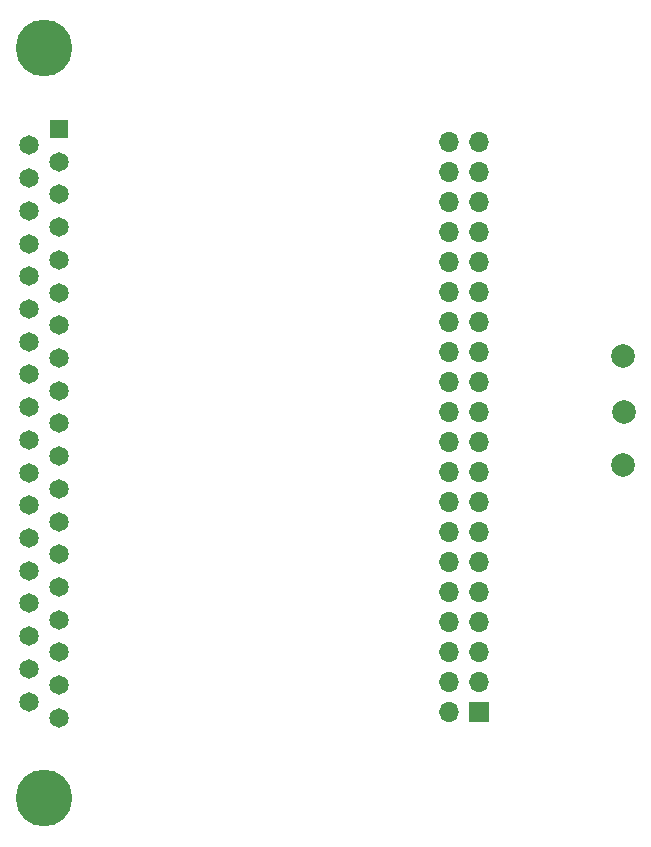
<source format=gbs>
%TF.GenerationSoftware,KiCad,Pcbnew,(6.0.1)*%
%TF.CreationDate,2022-04-29T11:18:45-05:00*%
%TF.ProjectId,Payload_Altimeter,5061796c-6f61-4645-9f41-6c74696d6574,rev?*%
%TF.SameCoordinates,Original*%
%TF.FileFunction,Soldermask,Bot*%
%TF.FilePolarity,Negative*%
%FSLAX46Y46*%
G04 Gerber Fmt 4.6, Leading zero omitted, Abs format (unit mm)*
G04 Created by KiCad (PCBNEW (6.0.1)) date 2022-04-29 11:18:45*
%MOMM*%
%LPD*%
G01*
G04 APERTURE LIST*
%ADD10R,1.650000X1.650000*%
%ADD11C,1.650000*%
%ADD12C,4.800000*%
%ADD13R,1.700000X1.700000*%
%ADD14O,1.700000X1.700000*%
%ADD15C,2.000000*%
G04 APERTURE END LIST*
D10*
%TO.C,J1*%
X93000000Y-71800000D03*
D11*
X93000000Y-74570000D03*
X93000000Y-77340000D03*
X93000000Y-80110000D03*
X93000000Y-82880000D03*
X93000000Y-85650000D03*
X93000000Y-88420000D03*
X93000000Y-91190000D03*
X93000000Y-93960000D03*
X93000000Y-96730000D03*
X93000000Y-99500000D03*
X93000000Y-102270000D03*
X93000000Y-105040000D03*
X93000000Y-107810000D03*
X93000000Y-110580000D03*
X93000000Y-113350000D03*
X93000000Y-116120000D03*
X93000000Y-118890000D03*
X93000000Y-121660000D03*
X90460000Y-73185000D03*
X90460000Y-75955000D03*
X90460000Y-78725000D03*
X90460000Y-81495000D03*
X90460000Y-84265000D03*
X90460000Y-87035000D03*
X90460000Y-89805000D03*
X90460000Y-92575000D03*
X90460000Y-95345000D03*
X90460000Y-98115000D03*
X90460000Y-100885000D03*
X90460000Y-103655000D03*
X90460000Y-106425000D03*
X90460000Y-109195000D03*
X90460000Y-111965000D03*
X90460000Y-114735000D03*
X90460000Y-117505000D03*
X90460000Y-120275000D03*
D12*
X91730000Y-64980000D03*
X91730000Y-128480000D03*
%TD*%
D13*
%TO.C,J2*%
X128575000Y-121125000D03*
D14*
X126035000Y-121125000D03*
X128575000Y-118585000D03*
X126035000Y-118585000D03*
X128575000Y-116045000D03*
X126035000Y-116045000D03*
X128575000Y-113505000D03*
X126035000Y-113505000D03*
X128575000Y-110965000D03*
X126035000Y-110965000D03*
X128575000Y-108425000D03*
X126035000Y-108425000D03*
X128575000Y-105885000D03*
X126035000Y-105885000D03*
X128575000Y-103345000D03*
X126035000Y-103345000D03*
X128575000Y-100805000D03*
X126035000Y-100805000D03*
X128575000Y-98265000D03*
X126035000Y-98265000D03*
X128575000Y-95725000D03*
X126035000Y-95725000D03*
X128575000Y-93185000D03*
X126035000Y-93185000D03*
X128575000Y-90645000D03*
X126035000Y-90645000D03*
X128575000Y-88105000D03*
X126035000Y-88105000D03*
X128575000Y-85565000D03*
X126035000Y-85565000D03*
X128575000Y-83025000D03*
X126035000Y-83025000D03*
X128575000Y-80485000D03*
X126035000Y-80485000D03*
X128575000Y-77945000D03*
X126035000Y-77945000D03*
X128575000Y-75405000D03*
X126035000Y-75405000D03*
X128575000Y-72865000D03*
X126035000Y-72865000D03*
%TD*%
D15*
%TO.C,MISO*%
X140850000Y-95750000D03*
%TD*%
%TO.C,SCLK*%
X140750000Y-91025000D03*
%TD*%
%TO.C,MOSI*%
X140775000Y-100225000D03*
%TD*%
M02*

</source>
